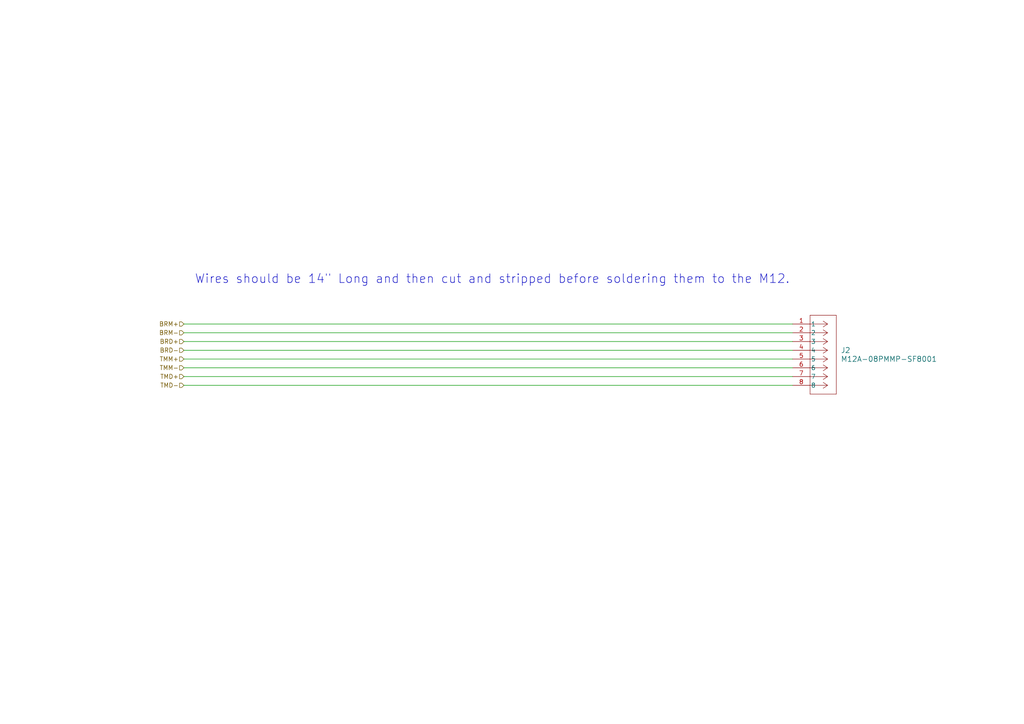
<source format=kicad_sch>
(kicad_sch
	(version 20250114)
	(generator "eeschema")
	(generator_version "9.0")
	(uuid "e1df852e-de14-43d9-aba5-d7282719db88")
	(paper "A4")
	(title_block
		(title "Liquid Project Avionics Bay Wiring")
		(date "2025-10-11")
		(rev "IR")
		(company "Missouri S&T Rocket Design Team")
		(comment 1 "Author(s): Isaac Lough")
	)
	(lib_symbols
		(symbol "2601-3108:M12A-08PMMP-SF8001"
			(pin_names
				(offset 0.254)
			)
			(exclude_from_sim no)
			(in_bom yes)
			(on_board yes)
			(property "Reference" "J"
				(at 8.89 6.35 0)
				(effects
					(font
						(size 1.524 1.524)
					)
				)
			)
			(property "Value" "M12A-08PMMP-SF8001"
				(at 0 0 0)
				(effects
					(font
						(size 1.524 1.524)
					)
				)
			)
			(property "Footprint" "CONN_M12A-08PMMP-SF8001_AMP"
				(at 0 0 0)
				(effects
					(font
						(size 1.27 1.27)
						(italic yes)
					)
					(hide yes)
				)
			)
			(property "Datasheet" "M12A-08PMMP-SF8001"
				(at 0 0 0)
				(effects
					(font
						(size 1.27 1.27)
						(italic yes)
					)
					(hide yes)
				)
			)
			(property "Description" ""
				(at 0 0 0)
				(effects
					(font
						(size 1.27 1.27)
					)
					(hide yes)
				)
			)
			(property "ki_locked" ""
				(at 0 0 0)
				(effects
					(font
						(size 1.27 1.27)
					)
				)
			)
			(property "ki_keywords" "M12A-08PMMP-SF8001"
				(at 0 0 0)
				(effects
					(font
						(size 1.27 1.27)
					)
					(hide yes)
				)
			)
			(property "ki_fp_filters" "CONN_M12A-08PMMP-SF8001_AMP"
				(at 0 0 0)
				(effects
					(font
						(size 1.27 1.27)
					)
					(hide yes)
				)
			)
			(symbol "M12A-08PMMP-SF8001_1_1"
				(polyline
					(pts
						(xy 5.08 2.54) (xy 5.08 -20.32)
					)
					(stroke
						(width 0.127)
						(type default)
					)
					(fill
						(type none)
					)
				)
				(polyline
					(pts
						(xy 5.08 -20.32) (xy 12.7 -20.32)
					)
					(stroke
						(width 0.127)
						(type default)
					)
					(fill
						(type none)
					)
				)
				(polyline
					(pts
						(xy 10.16 0) (xy 5.08 0)
					)
					(stroke
						(width 0.127)
						(type default)
					)
					(fill
						(type none)
					)
				)
				(polyline
					(pts
						(xy 10.16 0) (xy 8.89 0.8467)
					)
					(stroke
						(width 0.127)
						(type default)
					)
					(fill
						(type none)
					)
				)
				(polyline
					(pts
						(xy 10.16 0) (xy 8.89 -0.8467)
					)
					(stroke
						(width 0.127)
						(type default)
					)
					(fill
						(type none)
					)
				)
				(polyline
					(pts
						(xy 10.16 -2.54) (xy 5.08 -2.54)
					)
					(stroke
						(width 0.127)
						(type default)
					)
					(fill
						(type none)
					)
				)
				(polyline
					(pts
						(xy 10.16 -2.54) (xy 8.89 -1.6933)
					)
					(stroke
						(width 0.127)
						(type default)
					)
					(fill
						(type none)
					)
				)
				(polyline
					(pts
						(xy 10.16 -2.54) (xy 8.89 -3.3867)
					)
					(stroke
						(width 0.127)
						(type default)
					)
					(fill
						(type none)
					)
				)
				(polyline
					(pts
						(xy 10.16 -5.08) (xy 5.08 -5.08)
					)
					(stroke
						(width 0.127)
						(type default)
					)
					(fill
						(type none)
					)
				)
				(polyline
					(pts
						(xy 10.16 -5.08) (xy 8.89 -4.2333)
					)
					(stroke
						(width 0.127)
						(type default)
					)
					(fill
						(type none)
					)
				)
				(polyline
					(pts
						(xy 10.16 -5.08) (xy 8.89 -5.9267)
					)
					(stroke
						(width 0.127)
						(type default)
					)
					(fill
						(type none)
					)
				)
				(polyline
					(pts
						(xy 10.16 -7.62) (xy 5.08 -7.62)
					)
					(stroke
						(width 0.127)
						(type default)
					)
					(fill
						(type none)
					)
				)
				(polyline
					(pts
						(xy 10.16 -7.62) (xy 8.89 -6.7733)
					)
					(stroke
						(width 0.127)
						(type default)
					)
					(fill
						(type none)
					)
				)
				(polyline
					(pts
						(xy 10.16 -7.62) (xy 8.89 -8.4667)
					)
					(stroke
						(width 0.127)
						(type default)
					)
					(fill
						(type none)
					)
				)
				(polyline
					(pts
						(xy 10.16 -10.16) (xy 5.08 -10.16)
					)
					(stroke
						(width 0.127)
						(type default)
					)
					(fill
						(type none)
					)
				)
				(polyline
					(pts
						(xy 10.16 -10.16) (xy 8.89 -9.3133)
					)
					(stroke
						(width 0.127)
						(type default)
					)
					(fill
						(type none)
					)
				)
				(polyline
					(pts
						(xy 10.16 -10.16) (xy 8.89 -11.0067)
					)
					(stroke
						(width 0.127)
						(type default)
					)
					(fill
						(type none)
					)
				)
				(polyline
					(pts
						(xy 10.16 -12.7) (xy 5.08 -12.7)
					)
					(stroke
						(width 0.127)
						(type default)
					)
					(fill
						(type none)
					)
				)
				(polyline
					(pts
						(xy 10.16 -12.7) (xy 8.89 -11.8533)
					)
					(stroke
						(width 0.127)
						(type default)
					)
					(fill
						(type none)
					)
				)
				(polyline
					(pts
						(xy 10.16 -12.7) (xy 8.89 -13.5467)
					)
					(stroke
						(width 0.127)
						(type default)
					)
					(fill
						(type none)
					)
				)
				(polyline
					(pts
						(xy 10.16 -15.24) (xy 5.08 -15.24)
					)
					(stroke
						(width 0.127)
						(type default)
					)
					(fill
						(type none)
					)
				)
				(polyline
					(pts
						(xy 10.16 -15.24) (xy 8.89 -14.3933)
					)
					(stroke
						(width 0.127)
						(type default)
					)
					(fill
						(type none)
					)
				)
				(polyline
					(pts
						(xy 10.16 -15.24) (xy 8.89 -16.0867)
					)
					(stroke
						(width 0.127)
						(type default)
					)
					(fill
						(type none)
					)
				)
				(polyline
					(pts
						(xy 10.16 -17.78) (xy 5.08 -17.78)
					)
					(stroke
						(width 0.127)
						(type default)
					)
					(fill
						(type none)
					)
				)
				(polyline
					(pts
						(xy 10.16 -17.78) (xy 8.89 -16.9333)
					)
					(stroke
						(width 0.127)
						(type default)
					)
					(fill
						(type none)
					)
				)
				(polyline
					(pts
						(xy 10.16 -17.78) (xy 8.89 -18.6267)
					)
					(stroke
						(width 0.127)
						(type default)
					)
					(fill
						(type none)
					)
				)
				(polyline
					(pts
						(xy 12.7 2.54) (xy 5.08 2.54)
					)
					(stroke
						(width 0.127)
						(type default)
					)
					(fill
						(type none)
					)
				)
				(polyline
					(pts
						(xy 12.7 -20.32) (xy 12.7 2.54)
					)
					(stroke
						(width 0.127)
						(type default)
					)
					(fill
						(type none)
					)
				)
				(pin unspecified line
					(at 0 0 0)
					(length 5.08)
					(name "1"
						(effects
							(font
								(size 1.27 1.27)
							)
						)
					)
					(number "1"
						(effects
							(font
								(size 1.27 1.27)
							)
						)
					)
				)
				(pin unspecified line
					(at 0 -2.54 0)
					(length 5.08)
					(name "2"
						(effects
							(font
								(size 1.27 1.27)
							)
						)
					)
					(number "2"
						(effects
							(font
								(size 1.27 1.27)
							)
						)
					)
				)
				(pin unspecified line
					(at 0 -5.08 0)
					(length 5.08)
					(name "3"
						(effects
							(font
								(size 1.27 1.27)
							)
						)
					)
					(number "3"
						(effects
							(font
								(size 1.27 1.27)
							)
						)
					)
				)
				(pin unspecified line
					(at 0 -7.62 0)
					(length 5.08)
					(name "4"
						(effects
							(font
								(size 1.27 1.27)
							)
						)
					)
					(number "4"
						(effects
							(font
								(size 1.27 1.27)
							)
						)
					)
				)
				(pin unspecified line
					(at 0 -10.16 0)
					(length 5.08)
					(name "5"
						(effects
							(font
								(size 1.27 1.27)
							)
						)
					)
					(number "5"
						(effects
							(font
								(size 1.27 1.27)
							)
						)
					)
				)
				(pin unspecified line
					(at 0 -12.7 0)
					(length 5.08)
					(name "6"
						(effects
							(font
								(size 1.27 1.27)
							)
						)
					)
					(number "6"
						(effects
							(font
								(size 1.27 1.27)
							)
						)
					)
				)
				(pin unspecified line
					(at 0 -15.24 0)
					(length 5.08)
					(name "7"
						(effects
							(font
								(size 1.27 1.27)
							)
						)
					)
					(number "7"
						(effects
							(font
								(size 1.27 1.27)
							)
						)
					)
				)
				(pin unspecified line
					(at 0 -17.78 0)
					(length 5.08)
					(name "8"
						(effects
							(font
								(size 1.27 1.27)
							)
						)
					)
					(number "8"
						(effects
							(font
								(size 1.27 1.27)
							)
						)
					)
				)
			)
			(symbol "M12A-08PMMP-SF8001_1_2"
				(polyline
					(pts
						(xy 5.08 2.54) (xy 5.08 -20.32)
					)
					(stroke
						(width 0.127)
						(type default)
					)
					(fill
						(type none)
					)
				)
				(polyline
					(pts
						(xy 5.08 -20.32) (xy 12.7 -20.32)
					)
					(stroke
						(width 0.127)
						(type default)
					)
					(fill
						(type none)
					)
				)
				(polyline
					(pts
						(xy 7.62 0) (xy 5.08 0)
					)
					(stroke
						(width 0.127)
						(type default)
					)
					(fill
						(type none)
					)
				)
				(polyline
					(pts
						(xy 7.62 0) (xy 8.89 0.8467)
					)
					(stroke
						(width 0.127)
						(type default)
					)
					(fill
						(type none)
					)
				)
				(polyline
					(pts
						(xy 7.62 0) (xy 8.89 -0.8467)
					)
					(stroke
						(width 0.127)
						(type default)
					)
					(fill
						(type none)
					)
				)
				(polyline
					(pts
						(xy 7.62 -2.54) (xy 5.08 -2.54)
					)
					(stroke
						(width 0.127)
						(type default)
					)
					(fill
						(type none)
					)
				)
				(polyline
					(pts
						(xy 7.62 -2.54) (xy 8.89 -1.6933)
					)
					(stroke
						(width 0.127)
						(type default)
					)
					(fill
						(type none)
					)
				)
				(polyline
					(pts
						(xy 7.62 -2.54) (xy 8.89 -3.3867)
					)
					(stroke
						(width 0.127)
						(type default)
					)
					(fill
						(type none)
					)
				)
				(polyline
					(pts
						(xy 7.62 -5.08) (xy 5.08 -5.08)
					)
					(stroke
						(width 0.127)
						(type default)
					)
					(fill
						(type none)
					)
				)
				(polyline
					(pts
						(xy 7.62 -5.08) (xy 8.89 -4.2333)
					)
					(stroke
						(width 0.127)
						(type default)
					)
					(fill
						(type none)
					)
				)
				(polyline
					(pts
						(xy 7.62 -5.08) (xy 8.89 -5.9267)
					)
					(stroke
						(width 0.127)
						(type default)
					)
					(fill
						(type none)
					)
				)
				(polyline
					(pts
						(xy 7.62 -7.62) (xy 5.08 -7.62)
					)
					(stroke
						(width 0.127)
						(type default)
					)
					(fill
						(type none)
					)
				)
				(polyline
					(pts
						(xy 7.62 -7.62) (xy 8.89 -6.7733)
					)
					(stroke
						(width 0.127)
						(type default)
					)
					(fill
						(type none)
					)
				)
				(polyline
					(pts
						(xy 7.62 -7.62) (xy 8.89 -8.4667)
					)
					(stroke
						(width 0.127)
						(type default)
					)
					(fill
						(type none)
					)
				)
				(polyline
					(pts
						(xy 7.62 -10.16) (xy 5.08 -10.16)
					)
					(stroke
						(width 0.127)
						(type default)
					)
					(fill
						(type none)
					)
				)
				(polyline
					(pts
						(xy 7.62 -10.16) (xy 8.89 -9.3133)
					)
					(stroke
						(width 0.127)
						(type default)
					)
					(fill
						(type none)
					)
				)
				(polyline
					(pts
						(xy 7.62 -10.16) (xy 8.89 -11.0067)
					)
					(stroke
						(width 0.127)
						(type default)
					)
					(fill
						(type none)
					)
				)
				(polyline
					(pts
						(xy 7.62 -12.7) (xy 5.08 -12.7)
					)
					(stroke
						(width 0.127)
						(type default)
					)
					(fill
						(type none)
					)
				)
				(polyline
					(pts
						(xy 7.62 -12.7) (xy 8.89 -11.8533)
					)
					(stroke
						(width 0.127)
						(type default)
					)
					(fill
						(type none)
					)
				)
				(polyline
					(pts
						(xy 7.62 -12.7) (xy 8.89 -13.5467)
					)
					(stroke
						(width 0.127)
						(type default)
					)
					(fill
						(type none)
					)
				)
				(polyline
					(pts
						(xy 7.62 -15.24) (xy 5.08 -15.24)
					)
					(stroke
						(width 0.127)
						(type default)
					)
					(fill
						(type none)
					)
				)
				(polyline
					(pts
						(xy 7.62 -15.24) (xy 8.89 -14.3933)
					)
					(stroke
						(width 0.127)
						(type default)
					)
					(fill
						(type none)
					)
				)
				(polyline
					(pts
						(xy 7.62 -15.24) (xy 8.89 -16.0867)
					)
					(stroke
						(width 0.127)
						(type default)
					)
					(fill
						(type none)
					)
				)
				(polyline
					(pts
						(xy 7.62 -17.78) (xy 5.08 -17.78)
					)
					(stroke
						(width 0.127)
						(type default)
					)
					(fill
						(type none)
					)
				)
				(polyline
					(pts
						(xy 7.62 -17.78) (xy 8.89 -16.9333)
					)
					(stroke
						(width 0.127)
						(type default)
					)
					(fill
						(type none)
					)
				)
				(polyline
					(pts
						(xy 7.62 -17.78) (xy 8.89 -18.6267)
					)
					(stroke
						(width 0.127)
						(type default)
					)
					(fill
						(type none)
					)
				)
				(polyline
					(pts
						(xy 12.7 2.54) (xy 5.08 2.54)
					)
					(stroke
						(width 0.127)
						(type default)
					)
					(fill
						(type none)
					)
				)
				(polyline
					(pts
						(xy 12.7 -20.32) (xy 12.7 2.54)
					)
					(stroke
						(width 0.127)
						(type default)
					)
					(fill
						(type none)
					)
				)
				(pin unspecified line
					(at 0 0 0)
					(length 5.08)
					(name "1"
						(effects
							(font
								(size 1.27 1.27)
							)
						)
					)
					(number "1"
						(effects
							(font
								(size 1.27 1.27)
							)
						)
					)
				)
				(pin unspecified line
					(at 0 -2.54 0)
					(length 5.08)
					(name "2"
						(effects
							(font
								(size 1.27 1.27)
							)
						)
					)
					(number "2"
						(effects
							(font
								(size 1.27 1.27)
							)
						)
					)
				)
				(pin unspecified line
					(at 0 -5.08 0)
					(length 5.08)
					(name "3"
						(effects
							(font
								(size 1.27 1.27)
							)
						)
					)
					(number "3"
						(effects
							(font
								(size 1.27 1.27)
							)
						)
					)
				)
				(pin unspecified line
					(at 0 -7.62 0)
					(length 5.08)
					(name "4"
						(effects
							(font
								(size 1.27 1.27)
							)
						)
					)
					(number "4"
						(effects
							(font
								(size 1.27 1.27)
							)
						)
					)
				)
				(pin unspecified line
					(at 0 -10.16 0)
					(length 5.08)
					(name "5"
						(effects
							(font
								(size 1.27 1.27)
							)
						)
					)
					(number "5"
						(effects
							(font
								(size 1.27 1.27)
							)
						)
					)
				)
				(pin unspecified line
					(at 0 -12.7 0)
					(length 5.08)
					(name "6"
						(effects
							(font
								(size 1.27 1.27)
							)
						)
					)
					(number "6"
						(effects
							(font
								(size 1.27 1.27)
							)
						)
					)
				)
				(pin unspecified line
					(at 0 -15.24 0)
					(length 5.08)
					(name "7"
						(effects
							(font
								(size 1.27 1.27)
							)
						)
					)
					(number "7"
						(effects
							(font
								(size 1.27 1.27)
							)
						)
					)
				)
				(pin unspecified line
					(at 0 -17.78 0)
					(length 5.08)
					(name "8"
						(effects
							(font
								(size 1.27 1.27)
							)
						)
					)
					(number "8"
						(effects
							(font
								(size 1.27 1.27)
							)
						)
					)
				)
			)
			(embedded_fonts no)
		)
	)
	(text "Wires should be 14\" Long and then cut and stripped before soldering them to the M12. "
		(exclude_from_sim no)
		(at 143.764 81.026 0)
		(effects
			(font
				(size 2.54 2.54)
			)
		)
		(uuid "7c7cd324-4a2d-4045-85de-679bce912898")
	)
	(wire
		(pts
			(xy 53.34 93.98) (xy 229.87 93.98)
		)
		(stroke
			(width 0)
			(type default)
		)
		(uuid "18913550-2905-45d4-b6d0-e3d14449c060")
	)
	(wire
		(pts
			(xy 53.34 106.68) (xy 229.87 106.68)
		)
		(stroke
			(width 0)
			(type default)
		)
		(uuid "461ddcf0-c010-487d-be6c-2541cd89b829")
	)
	(wire
		(pts
			(xy 53.34 101.6) (xy 229.87 101.6)
		)
		(stroke
			(width 0)
			(type default)
		)
		(uuid "8809ad34-8d49-44e7-abe0-6b90d87a1682")
	)
	(wire
		(pts
			(xy 53.34 111.76) (xy 229.87 111.76)
		)
		(stroke
			(width 0)
			(type default)
		)
		(uuid "8ecc1ec7-68be-4d78-9370-55d53aa7f40f")
	)
	(wire
		(pts
			(xy 53.34 104.14) (xy 229.87 104.14)
		)
		(stroke
			(width 0)
			(type default)
		)
		(uuid "a3f8ae29-0292-49f2-a389-18beadf01685")
	)
	(wire
		(pts
			(xy 53.34 96.52) (xy 229.87 96.52)
		)
		(stroke
			(width 0)
			(type default)
		)
		(uuid "d5c11598-1ac8-4f28-8381-03c4d40b5930")
	)
	(wire
		(pts
			(xy 53.34 99.06) (xy 229.87 99.06)
		)
		(stroke
			(width 0)
			(type default)
		)
		(uuid "d7d9719a-2a82-4e8e-ad86-4a4d3e14f99a")
	)
	(wire
		(pts
			(xy 53.34 109.22) (xy 229.87 109.22)
		)
		(stroke
			(width 0)
			(type default)
		)
		(uuid "eee4fd40-afda-43cd-bd06-b2e634e9075f")
	)
	(hierarchical_label "BRM+"
		(shape input)
		(at 53.34 93.98 180)
		(effects
			(font
				(size 1.27 1.27)
			)
			(justify right)
		)
		(uuid "08c31b2a-843b-46e9-9b02-883b3e9f0694")
	)
	(hierarchical_label "TMM+"
		(shape input)
		(at 53.34 104.14 180)
		(effects
			(font
				(size 1.27 1.27)
			)
			(justify right)
		)
		(uuid "1f1a417a-3e39-4355-bd6f-5a13a601fbc2")
	)
	(hierarchical_label "TMD+"
		(shape input)
		(at 53.34 109.22 180)
		(effects
			(font
				(size 1.27 1.27)
			)
			(justify right)
		)
		(uuid "3673061a-f6ee-4fcd-b91a-6ac2a3c7bb26")
	)
	(hierarchical_label "TMD-"
		(shape input)
		(at 53.34 111.76 180)
		(effects
			(font
				(size 1.27 1.27)
			)
			(justify right)
		)
		(uuid "570b9f6f-ee9d-43b7-aa6b-fe42d825e107")
	)
	(hierarchical_label "BRM-"
		(shape input)
		(at 53.34 96.52 180)
		(effects
			(font
				(size 1.27 1.27)
			)
			(justify right)
		)
		(uuid "76fb3fd5-e899-42d5-a1b6-2d2a1797971d")
	)
	(hierarchical_label "TMM-"
		(shape input)
		(at 53.34 106.68 180)
		(effects
			(font
				(size 1.27 1.27)
			)
			(justify right)
		)
		(uuid "c86baf02-1496-4776-b403-27b36d4d2580")
	)
	(hierarchical_label "BRD-"
		(shape input)
		(at 53.34 101.6 180)
		(effects
			(font
				(size 1.27 1.27)
			)
			(justify right)
		)
		(uuid "cb19b88a-92ed-424e-a608-71487c4c113b")
	)
	(hierarchical_label "BRD+"
		(shape input)
		(at 53.34 99.06 180)
		(effects
			(font
				(size 1.27 1.27)
			)
			(justify right)
		)
		(uuid "d45d8cb3-bd77-4b03-93c0-d790e1ac9d10")
	)
	(symbol
		(lib_id "2601-3108:M12A-08PMMP-SF8001")
		(at 229.87 93.98 0)
		(unit 1)
		(exclude_from_sim no)
		(in_bom yes)
		(on_board yes)
		(dnp no)
		(fields_autoplaced yes)
		(uuid "2f71ddbe-a66a-4b03-ad23-39b81436aabc")
		(property "Reference" "J2"
			(at 243.84 101.5999 0)
			(effects
				(font
					(size 1.524 1.524)
				)
				(justify left)
			)
		)
		(property "Value" "M12A-08PMMP-SF8001"
			(at 243.84 104.1399 0)
			(effects
				(font
					(size 1.524 1.524)
				)
				(justify left)
			)
		)
		(property "Footprint" "CONN_M12A-08PMMP-SF8001_AMP"
			(at 229.87 93.98 0)
			(effects
				(font
					(size 1.27 1.27)
					(italic yes)
				)
				(hide yes)
			)
		)
		(property "Datasheet" "M12A-08PMMP-SF8001"
			(at 229.87 93.98 0)
			(effects
				(font
					(size 1.27 1.27)
					(italic yes)
				)
				(hide yes)
			)
		)
		(property "Description" ""
			(at 229.87 93.98 0)
			(effects
				(font
					(size 1.27 1.27)
				)
				(hide yes)
			)
		)
		(pin "7"
			(uuid "3fda2c38-45c6-4693-808b-55a3fed4ba00")
		)
		(pin "2"
			(uuid "3deae7a9-2da2-4344-aa85-1d45c2f35954")
		)
		(pin "5"
			(uuid "fc89392d-3ca9-4747-aebb-a24006ffeba1")
		)
		(pin "4"
			(uuid "8f203897-0dde-4502-b79b-a65d13c13e6f")
		)
		(pin "8"
			(uuid "eeb324a4-6060-4757-bee8-f44663016b1f")
		)
		(pin "1"
			(uuid "27f1b1fe-7439-490d-948b-6e3cd1a34e78")
		)
		(pin "3"
			(uuid "f922ba3b-bfb4-41cd-b6ef-a95a76f8a739")
		)
		(pin "6"
			(uuid "1b0b59b4-5459-42d7-a209-1aa6797b16e4")
		)
		(instances
			(project ""
				(path "/f8d5e588-4357-488b-83a5-c5507066dba0/942c10e1-b4c4-4530-a52b-bcadd761c6d8"
					(reference "J2")
					(unit 1)
				)
			)
		)
	)
)

</source>
